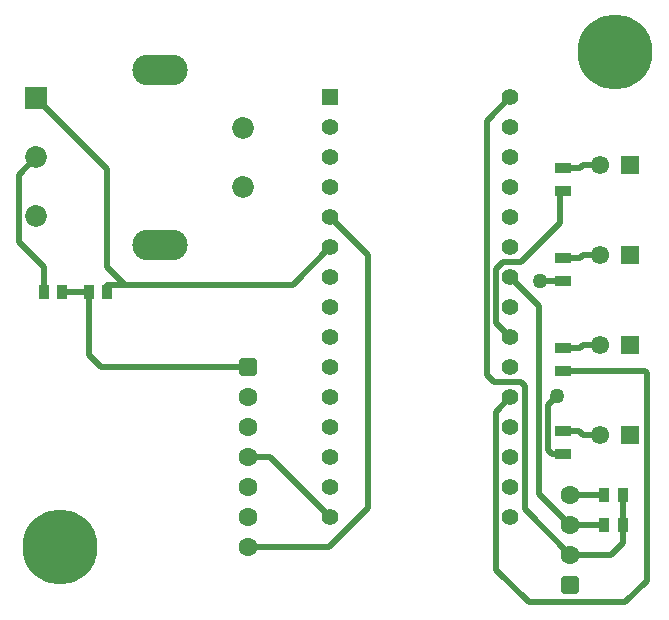
<source format=gtl>
G04*
G04 #@! TF.GenerationSoftware,Altium Limited,Altium Designer,24.1.2 (44)*
G04*
G04 Layer_Physical_Order=1*
G04 Layer_Color=255*
%FSLAX44Y44*%
%MOMM*%
G71*
G04*
G04 #@! TF.SameCoordinates,531D00EC-4C00-4A94-99CB-661CAA089D98*
G04*
G04*
G04 #@! TF.FilePolarity,Positive*
G04*
G01*
G75*
%ADD14R,0.8581X1.2621*%
%ADD15R,1.4500X0.9500*%
G04:AMPARAMS|DCode=16|XSize=2.6mm|YSize=4.7mm|CornerRadius=1.3mm|HoleSize=0mm|Usage=FLASHONLY|Rotation=270.000|XOffset=0mm|YOffset=0mm|HoleType=Round|Shape=RoundedRectangle|*
%AMROUNDEDRECTD16*
21,1,2.6000,2.1000,0,0,270.0*
21,1,0.0000,4.7000,0,0,270.0*
1,1,2.6000,-1.0500,0.0000*
1,1,2.6000,-1.0500,0.0000*
1,1,2.6000,1.0500,0.0000*
1,1,2.6000,1.0500,0.0000*
%
%ADD16ROUNDEDRECTD16*%
%ADD17R,1.8500X1.8500*%
%ADD18C,1.8500*%
%ADD24C,1.4140*%
%ADD25R,1.4140X1.4140*%
%ADD27C,0.5080*%
%ADD28C,1.6000*%
G04:AMPARAMS|DCode=29|XSize=1.6mm|YSize=1.6mm|CornerRadius=0.4mm|HoleSize=0mm|Usage=FLASHONLY|Rotation=90.000|XOffset=0mm|YOffset=0mm|HoleType=Round|Shape=RoundedRectangle|*
%AMROUNDEDRECTD29*
21,1,1.6000,0.8000,0,0,90.0*
21,1,0.8000,1.6000,0,0,90.0*
1,1,0.8000,0.4000,0.4000*
1,1,0.8000,0.4000,-0.4000*
1,1,0.8000,-0.4000,-0.4000*
1,1,0.8000,-0.4000,0.4000*
%
%ADD29ROUNDEDRECTD29*%
%ADD30R,1.5500X1.5500*%
%ADD31C,1.5500*%
%ADD32C,6.3500*%
%ADD33C,1.2700*%
D14*
X58570Y273050D02*
D03*
X43030D02*
D03*
X81130D02*
D03*
X96670D02*
D03*
X533400Y76200D02*
D03*
X517860D02*
D03*
X533400Y101600D02*
D03*
X517860D02*
D03*
D15*
X482600Y136300D02*
D03*
Y155800D02*
D03*
Y225650D02*
D03*
Y206150D02*
D03*
Y301850D02*
D03*
Y282350D02*
D03*
Y358550D02*
D03*
Y378050D02*
D03*
D16*
X141650Y461350D02*
D03*
Y313350D02*
D03*
D17*
X36650Y437350D02*
D03*
D18*
Y387350D02*
D03*
Y337350D02*
D03*
X211650Y412350D02*
D03*
Y362350D02*
D03*
D24*
X438150Y438150D02*
D03*
Y412750D02*
D03*
Y387350D02*
D03*
Y361950D02*
D03*
Y336550D02*
D03*
Y311150D02*
D03*
Y285750D02*
D03*
Y260350D02*
D03*
Y234950D02*
D03*
Y209550D02*
D03*
Y184150D02*
D03*
Y158750D02*
D03*
Y133350D02*
D03*
Y107950D02*
D03*
Y82550D02*
D03*
X285750D02*
D03*
Y107950D02*
D03*
Y133350D02*
D03*
Y158750D02*
D03*
Y184150D02*
D03*
Y209550D02*
D03*
Y234950D02*
D03*
Y260350D02*
D03*
Y285750D02*
D03*
Y311150D02*
D03*
Y336550D02*
D03*
Y361950D02*
D03*
Y387350D02*
D03*
Y412750D02*
D03*
D25*
Y438150D02*
D03*
D27*
X96670Y279400D02*
X111760D01*
X480060Y331470D02*
Y358550D01*
X96670Y273050D02*
Y279400D01*
X254000D02*
X285750Y311150D01*
X473670Y136300D02*
X482600D01*
X470270Y139700D02*
X473670Y136300D01*
X470270Y139700D02*
Y177662D01*
X477520Y184912D01*
X91440Y209550D02*
X215900D01*
X81130Y219860D02*
X91440Y209550D01*
X81130Y219860D02*
Y273050D01*
X58570D02*
X81130D01*
X488950Y50800D02*
X523240D01*
X533400Y60960D01*
Y76200D01*
Y101600D01*
X450342Y89408D02*
X488950Y50800D01*
X450342Y89408D02*
Y193548D01*
X447040Y196850D02*
X450342Y193548D01*
X424688Y196850D02*
X447040D01*
X418338Y203200D02*
X424688Y196850D01*
X418338Y203200D02*
Y418338D01*
X438150Y438150D01*
X482600Y225650D02*
X496824D01*
X499774Y228600D01*
X514350D01*
X36650Y437350D02*
X96670Y377330D01*
Y294490D02*
Y377330D01*
Y294490D02*
X111760Y279400D01*
X254000D01*
X22098Y372798D02*
X36650Y387350D01*
X22098Y315468D02*
Y372798D01*
Y315468D02*
X43030Y294536D01*
Y273050D02*
Y294536D01*
X215900Y133350D02*
X234950D01*
X285750Y82550D01*
X482600Y155800D02*
X496570D01*
X499970Y152400D01*
X514350D01*
X482600Y301850D02*
X496824D01*
X499774Y304800D01*
X514350D01*
X482600Y378050D02*
X496824D01*
X499774Y381000D01*
X514350D01*
X425958Y171958D02*
X438150Y184150D01*
X425958Y38354D02*
Y171958D01*
Y38354D02*
X453644Y10668D01*
X535088D01*
X553466Y29046D01*
Y204470D01*
X551786Y206150D02*
X553466Y204470D01*
X482600Y206150D02*
X551786D01*
X463198Y282350D02*
X482600D01*
X425958Y247142D02*
X438150Y234950D01*
X425958Y247142D02*
Y292608D01*
X431800Y298450D01*
X447040D01*
X480060Y331470D01*
Y358550D02*
X482600D01*
X488950Y101600D02*
X517860D01*
X438150Y285750D02*
X462650Y261250D01*
Y102500D02*
Y261250D01*
Y102500D02*
X488950Y76200D01*
X517860D01*
X215900Y57150D02*
X284480D01*
X317500Y90170D01*
Y304800D01*
X285750Y336550D02*
X317500Y304800D01*
D28*
X488950Y50800D02*
D03*
Y76200D02*
D03*
Y101600D02*
D03*
X215900Y57150D02*
D03*
Y82550D02*
D03*
Y133350D02*
D03*
Y184150D02*
D03*
Y158750D02*
D03*
Y107950D02*
D03*
D29*
X488950Y25400D02*
D03*
X215900Y209550D02*
D03*
D30*
X539750Y228600D02*
D03*
Y304800D02*
D03*
Y152400D02*
D03*
Y381000D02*
D03*
D31*
X514350Y228600D02*
D03*
Y304800D02*
D03*
Y152400D02*
D03*
Y381000D02*
D03*
D32*
X527050Y476250D02*
D03*
X57150Y57150D02*
D03*
D33*
X477520Y184912D02*
D03*
X463198Y282350D02*
D03*
M02*

</source>
